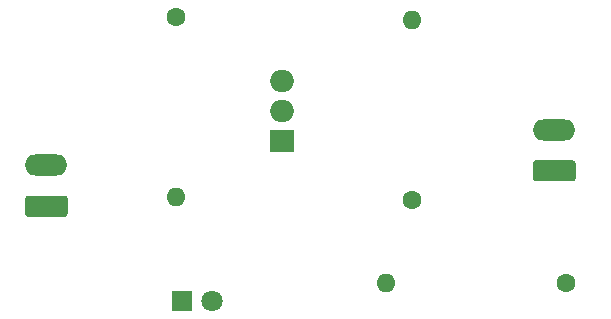
<source format=gbr>
G04 #@! TF.GenerationSoftware,KiCad,Pcbnew,(5.1.10)-1*
G04 #@! TF.CreationDate,2021-06-26T18:53:53+02:00*
G04 #@! TF.ProjectId,fuente-alimentacion-regulable,6675656e-7465-42d6-916c-696d656e7461,2.0*
G04 #@! TF.SameCoordinates,Original*
G04 #@! TF.FileFunction,Soldermask,Bot*
G04 #@! TF.FilePolarity,Negative*
%FSLAX46Y46*%
G04 Gerber Fmt 4.6, Leading zero omitted, Abs format (unit mm)*
G04 Created by KiCad (PCBNEW (5.1.10)-1) date 2021-06-26 18:53:53*
%MOMM*%
%LPD*%
G01*
G04 APERTURE LIST*
%ADD10R,1.800000X1.800000*%
%ADD11C,1.800000*%
%ADD12O,3.600000X1.800000*%
%ADD13C,1.600000*%
%ADD14O,1.600000X1.600000*%
%ADD15R,2.000000X1.905000*%
%ADD16O,2.000000X1.905000*%
G04 APERTURE END LIST*
D10*
X97500000Y-76000000D03*
D11*
X100040000Y-76000000D03*
G36*
G01*
X87590000Y-68900000D02*
X84490000Y-68900000D01*
G75*
G02*
X84240000Y-68650000I0J250000D01*
G01*
X84240000Y-67350000D01*
G75*
G02*
X84490000Y-67100000I250000J0D01*
G01*
X87590000Y-67100000D01*
G75*
G02*
X87840000Y-67350000I0J-250000D01*
G01*
X87840000Y-68650000D01*
G75*
G02*
X87590000Y-68900000I-250000J0D01*
G01*
G37*
D12*
X86040000Y-64500000D03*
D13*
X97000000Y-52000000D03*
D14*
X97000000Y-67240000D03*
D13*
X130000000Y-74500000D03*
D14*
X114760000Y-74500000D03*
X117000000Y-52260000D03*
D13*
X117000000Y-67500000D03*
D12*
X129040000Y-61500000D03*
G36*
G01*
X130590000Y-65900000D02*
X127490000Y-65900000D01*
G75*
G02*
X127240000Y-65650000I0J250000D01*
G01*
X127240000Y-64350000D01*
G75*
G02*
X127490000Y-64100000I250000J0D01*
G01*
X130590000Y-64100000D01*
G75*
G02*
X130840000Y-64350000I0J-250000D01*
G01*
X130840000Y-65650000D01*
G75*
G02*
X130590000Y-65900000I-250000J0D01*
G01*
G37*
D15*
X106000000Y-62500000D03*
D16*
X106000000Y-59960000D03*
X106000000Y-57420000D03*
M02*

</source>
